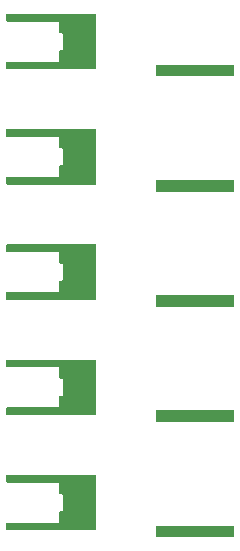
<source format=gbr>
G04 #@! TF.GenerationSoftware,KiCad,Pcbnew,(5.0.2)-1*
G04 #@! TF.CreationDate,2019-09-04T12:41:45-04:00*
G04 #@! TF.ProjectId,MMCX_2DD-100P_Odd,4d4d4358-5f32-4444-942d-313030505f4f,rev?*
G04 #@! TF.SameCoordinates,Original*
G04 #@! TF.FileFunction,Soldermask,Top*
G04 #@! TF.FilePolarity,Negative*
%FSLAX46Y46*%
G04 Gerber Fmt 4.6, Leading zero omitted, Abs format (unit mm)*
G04 Created by KiCad (PCBNEW (5.0.2)-1) date 9/4/2019 12:41:45 PM*
%MOMM*%
%LPD*%
G01*
G04 APERTURE LIST*
%ADD10C,0.100000*%
G04 APERTURE END LIST*
D10*
G36*
X159478635Y-66577658D02*
X152899635Y-66577658D01*
X152899635Y-65591738D01*
X159478635Y-65591738D01*
X159478635Y-66577658D01*
X159478635Y-66577658D01*
G37*
G36*
X147750984Y-61294802D02*
X147760596Y-61297718D01*
X147769454Y-61302453D01*
X147777222Y-61308828D01*
X147783597Y-61316596D01*
X147788332Y-61325454D01*
X147791248Y-61335066D01*
X147792837Y-61351205D01*
X147792837Y-62864225D01*
X147791248Y-62880364D01*
X147789332Y-62886679D01*
X147784551Y-62910713D01*
X147784551Y-62935217D01*
X147789331Y-62959250D01*
X147791985Y-62965657D01*
X147791985Y-64324206D01*
X147786351Y-64342779D01*
X147783949Y-64367165D01*
X147786351Y-64391551D01*
X147789332Y-64403451D01*
X147791248Y-64409766D01*
X147792837Y-64425905D01*
X147792837Y-65938925D01*
X147791248Y-65955064D01*
X147788332Y-65964676D01*
X147783597Y-65973534D01*
X147777222Y-65981302D01*
X147769454Y-65987677D01*
X147760596Y-65992412D01*
X147750984Y-65995328D01*
X147734845Y-65996917D01*
X140247125Y-65996917D01*
X140230986Y-65995328D01*
X140221374Y-65992412D01*
X140212516Y-65987677D01*
X140204748Y-65981302D01*
X140198373Y-65973534D01*
X140193638Y-65964676D01*
X140190722Y-65955064D01*
X140189133Y-65938925D01*
X140189133Y-65401205D01*
X140190722Y-65385066D01*
X140193638Y-65375454D01*
X140198373Y-65366596D01*
X140204748Y-65358828D01*
X140212516Y-65352453D01*
X140221374Y-65347718D01*
X140230986Y-65344802D01*
X140247125Y-65343213D01*
X144564133Y-65343213D01*
X144588519Y-65340811D01*
X144611968Y-65333698D01*
X144633579Y-65322147D01*
X144652521Y-65306601D01*
X144668067Y-65287659D01*
X144679618Y-65266048D01*
X144686731Y-65242599D01*
X144689133Y-65218213D01*
X144689133Y-64425905D01*
X144690722Y-64409766D01*
X144693638Y-64400154D01*
X144698373Y-64391296D01*
X144704748Y-64383528D01*
X144712516Y-64377153D01*
X144721374Y-64372418D01*
X144730986Y-64369502D01*
X144747125Y-64367913D01*
X144869785Y-64367913D01*
X144894171Y-64365511D01*
X144917620Y-64358398D01*
X144939231Y-64346847D01*
X144958173Y-64331301D01*
X144973719Y-64312359D01*
X144985270Y-64290748D01*
X144992383Y-64267299D01*
X144994785Y-64242913D01*
X144994785Y-63047217D01*
X144992383Y-63022831D01*
X144985270Y-62999382D01*
X144973719Y-62977771D01*
X144958173Y-62958829D01*
X144939231Y-62943283D01*
X144917620Y-62931732D01*
X144894171Y-62924619D01*
X144869785Y-62922217D01*
X144747125Y-62922217D01*
X144730986Y-62920628D01*
X144721374Y-62917712D01*
X144712516Y-62912977D01*
X144704748Y-62906602D01*
X144698373Y-62898834D01*
X144693638Y-62889976D01*
X144690722Y-62880364D01*
X144689133Y-62864225D01*
X144689133Y-62071917D01*
X144686731Y-62047531D01*
X144679618Y-62024082D01*
X144668067Y-62002471D01*
X144652521Y-61983529D01*
X144633579Y-61967983D01*
X144611968Y-61956432D01*
X144588519Y-61949319D01*
X144564133Y-61946917D01*
X140247125Y-61946917D01*
X140230986Y-61945328D01*
X140221374Y-61942412D01*
X140212516Y-61937677D01*
X140204748Y-61931302D01*
X140198373Y-61923534D01*
X140193638Y-61914676D01*
X140190722Y-61905064D01*
X140189133Y-61888925D01*
X140189133Y-61351205D01*
X140190722Y-61335066D01*
X140193638Y-61325454D01*
X140198373Y-61316596D01*
X140204748Y-61308828D01*
X140212516Y-61302453D01*
X140221374Y-61297718D01*
X140230986Y-61294802D01*
X140247125Y-61293213D01*
X147734845Y-61293213D01*
X147750984Y-61294802D01*
X147750984Y-61294802D01*
G37*
G36*
X159478635Y-56819132D02*
X152899635Y-56819132D01*
X152899635Y-55833212D01*
X159478635Y-55833212D01*
X159478635Y-56819132D01*
X159478635Y-56819132D01*
G37*
G36*
X147750984Y-51536282D02*
X147760596Y-51539198D01*
X147769454Y-51543933D01*
X147777222Y-51550308D01*
X147783597Y-51558076D01*
X147788332Y-51566934D01*
X147791248Y-51576546D01*
X147792837Y-51592685D01*
X147792837Y-53105705D01*
X147791248Y-53121844D01*
X147789332Y-53128159D01*
X147784551Y-53152193D01*
X147784551Y-53176697D01*
X147789331Y-53200730D01*
X147791985Y-53207137D01*
X147791985Y-54565686D01*
X147786351Y-54584259D01*
X147783949Y-54608645D01*
X147786351Y-54633031D01*
X147789332Y-54644931D01*
X147791248Y-54651246D01*
X147792837Y-54667385D01*
X147792837Y-56180405D01*
X147791248Y-56196544D01*
X147788332Y-56206156D01*
X147783597Y-56215014D01*
X147777222Y-56222782D01*
X147769454Y-56229157D01*
X147760596Y-56233892D01*
X147750984Y-56236808D01*
X147734845Y-56238397D01*
X140247125Y-56238397D01*
X140230986Y-56236808D01*
X140221374Y-56233892D01*
X140212516Y-56229157D01*
X140204748Y-56222782D01*
X140198373Y-56215014D01*
X140193638Y-56206156D01*
X140190722Y-56196544D01*
X140189133Y-56180405D01*
X140189133Y-55642685D01*
X140190722Y-55626546D01*
X140193638Y-55616934D01*
X140198373Y-55608076D01*
X140204748Y-55600308D01*
X140212516Y-55593933D01*
X140221374Y-55589198D01*
X140230986Y-55586282D01*
X140247125Y-55584693D01*
X144564133Y-55584693D01*
X144588519Y-55582291D01*
X144611968Y-55575178D01*
X144633579Y-55563627D01*
X144652521Y-55548081D01*
X144668067Y-55529139D01*
X144679618Y-55507528D01*
X144686731Y-55484079D01*
X144689133Y-55459693D01*
X144689133Y-54667385D01*
X144690722Y-54651246D01*
X144693638Y-54641634D01*
X144698373Y-54632776D01*
X144704748Y-54625008D01*
X144712516Y-54618633D01*
X144721374Y-54613898D01*
X144730986Y-54610982D01*
X144747125Y-54609393D01*
X144869785Y-54609393D01*
X144894171Y-54606991D01*
X144917620Y-54599878D01*
X144939231Y-54588327D01*
X144958173Y-54572781D01*
X144973719Y-54553839D01*
X144985270Y-54532228D01*
X144992383Y-54508779D01*
X144994785Y-54484393D01*
X144994785Y-53288697D01*
X144992383Y-53264311D01*
X144985270Y-53240862D01*
X144973719Y-53219251D01*
X144958173Y-53200309D01*
X144939231Y-53184763D01*
X144917620Y-53173212D01*
X144894171Y-53166099D01*
X144869785Y-53163697D01*
X144747125Y-53163697D01*
X144730986Y-53162108D01*
X144721374Y-53159192D01*
X144712516Y-53154457D01*
X144704748Y-53148082D01*
X144698373Y-53140314D01*
X144693638Y-53131456D01*
X144690722Y-53121844D01*
X144689133Y-53105705D01*
X144689133Y-52313397D01*
X144686731Y-52289011D01*
X144679618Y-52265562D01*
X144668067Y-52243951D01*
X144652521Y-52225009D01*
X144633579Y-52209463D01*
X144611968Y-52197912D01*
X144588519Y-52190799D01*
X144564133Y-52188397D01*
X140247125Y-52188397D01*
X140230986Y-52186808D01*
X140221374Y-52183892D01*
X140212516Y-52179157D01*
X140204748Y-52172782D01*
X140198373Y-52165014D01*
X140193638Y-52156156D01*
X140190722Y-52146544D01*
X140189133Y-52130405D01*
X140189133Y-51592685D01*
X140190722Y-51576546D01*
X140193638Y-51566934D01*
X140198373Y-51558076D01*
X140204748Y-51550308D01*
X140212516Y-51543933D01*
X140221374Y-51539198D01*
X140230986Y-51536282D01*
X140247125Y-51534693D01*
X147734845Y-51534693D01*
X147750984Y-51536282D01*
X147750984Y-51536282D01*
G37*
G36*
X159478635Y-47060612D02*
X152899635Y-47060612D01*
X152899635Y-46074692D01*
X159478635Y-46074692D01*
X159478635Y-47060612D01*
X159478635Y-47060612D01*
G37*
G36*
X147750984Y-41777762D02*
X147760596Y-41780678D01*
X147769454Y-41785413D01*
X147777222Y-41791788D01*
X147783597Y-41799556D01*
X147788332Y-41808414D01*
X147791248Y-41818026D01*
X147792837Y-41834165D01*
X147792837Y-43347185D01*
X147791248Y-43363324D01*
X147789332Y-43369639D01*
X147784551Y-43393673D01*
X147784551Y-43418177D01*
X147789331Y-43442210D01*
X147791985Y-43448617D01*
X147791985Y-44807166D01*
X147786351Y-44825739D01*
X147783949Y-44850125D01*
X147786351Y-44874511D01*
X147789332Y-44886411D01*
X147791248Y-44892726D01*
X147792837Y-44908865D01*
X147792837Y-46421885D01*
X147791248Y-46438024D01*
X147788332Y-46447636D01*
X147783597Y-46456494D01*
X147777222Y-46464262D01*
X147769454Y-46470637D01*
X147760596Y-46475372D01*
X147750984Y-46478288D01*
X147734845Y-46479877D01*
X140247125Y-46479877D01*
X140230986Y-46478288D01*
X140221374Y-46475372D01*
X140212516Y-46470637D01*
X140204748Y-46464262D01*
X140198373Y-46456494D01*
X140193638Y-46447636D01*
X140190722Y-46438024D01*
X140189133Y-46421885D01*
X140189133Y-45884165D01*
X140190722Y-45868026D01*
X140193638Y-45858414D01*
X140198373Y-45849556D01*
X140204748Y-45841788D01*
X140212516Y-45835413D01*
X140221374Y-45830678D01*
X140230986Y-45827762D01*
X140247125Y-45826173D01*
X144564133Y-45826173D01*
X144588519Y-45823771D01*
X144611968Y-45816658D01*
X144633579Y-45805107D01*
X144652521Y-45789561D01*
X144668067Y-45770619D01*
X144679618Y-45749008D01*
X144686731Y-45725559D01*
X144689133Y-45701173D01*
X144689133Y-44908865D01*
X144690722Y-44892726D01*
X144693638Y-44883114D01*
X144698373Y-44874256D01*
X144704748Y-44866488D01*
X144712516Y-44860113D01*
X144721374Y-44855378D01*
X144730986Y-44852462D01*
X144747125Y-44850873D01*
X144869785Y-44850873D01*
X144894171Y-44848471D01*
X144917620Y-44841358D01*
X144939231Y-44829807D01*
X144958173Y-44814261D01*
X144973719Y-44795319D01*
X144985270Y-44773708D01*
X144992383Y-44750259D01*
X144994785Y-44725873D01*
X144994785Y-43530177D01*
X144992383Y-43505791D01*
X144985270Y-43482342D01*
X144973719Y-43460731D01*
X144958173Y-43441789D01*
X144939231Y-43426243D01*
X144917620Y-43414692D01*
X144894171Y-43407579D01*
X144869785Y-43405177D01*
X144747125Y-43405177D01*
X144730986Y-43403588D01*
X144721374Y-43400672D01*
X144712516Y-43395937D01*
X144704748Y-43389562D01*
X144698373Y-43381794D01*
X144693638Y-43372936D01*
X144690722Y-43363324D01*
X144689133Y-43347185D01*
X144689133Y-42554877D01*
X144686731Y-42530491D01*
X144679618Y-42507042D01*
X144668067Y-42485431D01*
X144652521Y-42466489D01*
X144633579Y-42450943D01*
X144611968Y-42439392D01*
X144588519Y-42432279D01*
X144564133Y-42429877D01*
X140247125Y-42429877D01*
X140230986Y-42428288D01*
X140221374Y-42425372D01*
X140212516Y-42420637D01*
X140204748Y-42414262D01*
X140198373Y-42406494D01*
X140193638Y-42397636D01*
X140190722Y-42388024D01*
X140189133Y-42371885D01*
X140189133Y-41834165D01*
X140190722Y-41818026D01*
X140193638Y-41808414D01*
X140198373Y-41799556D01*
X140204748Y-41791788D01*
X140212516Y-41785413D01*
X140221374Y-41780678D01*
X140230986Y-41777762D01*
X140247125Y-41776173D01*
X147734845Y-41776173D01*
X147750984Y-41777762D01*
X147750984Y-41777762D01*
G37*
G36*
X159478635Y-37302095D02*
X152899635Y-37302095D01*
X152899635Y-36316175D01*
X159478635Y-36316175D01*
X159478635Y-37302095D01*
X159478635Y-37302095D01*
G37*
G36*
X147750984Y-32019242D02*
X147760596Y-32022158D01*
X147769454Y-32026893D01*
X147777222Y-32033268D01*
X147783597Y-32041036D01*
X147788332Y-32049894D01*
X147791248Y-32059506D01*
X147792837Y-32075645D01*
X147792837Y-33588665D01*
X147791248Y-33604804D01*
X147789332Y-33611119D01*
X147784551Y-33635153D01*
X147784551Y-33659657D01*
X147789331Y-33683690D01*
X147791985Y-33690097D01*
X147791985Y-35048646D01*
X147786351Y-35067219D01*
X147783949Y-35091605D01*
X147786351Y-35115991D01*
X147789332Y-35127891D01*
X147791248Y-35134206D01*
X147792837Y-35150345D01*
X147792837Y-36663365D01*
X147791248Y-36679504D01*
X147788332Y-36689116D01*
X147783597Y-36697974D01*
X147777222Y-36705742D01*
X147769454Y-36712117D01*
X147760596Y-36716852D01*
X147750984Y-36719768D01*
X147734845Y-36721357D01*
X140247125Y-36721357D01*
X140230986Y-36719768D01*
X140221374Y-36716852D01*
X140212516Y-36712117D01*
X140204748Y-36705742D01*
X140198373Y-36697974D01*
X140193638Y-36689116D01*
X140190722Y-36679504D01*
X140189133Y-36663365D01*
X140189133Y-36125645D01*
X140190722Y-36109506D01*
X140193638Y-36099894D01*
X140198373Y-36091036D01*
X140204748Y-36083268D01*
X140212516Y-36076893D01*
X140221374Y-36072158D01*
X140230986Y-36069242D01*
X140247125Y-36067653D01*
X144564133Y-36067653D01*
X144588519Y-36065251D01*
X144611968Y-36058138D01*
X144633579Y-36046587D01*
X144652521Y-36031041D01*
X144668067Y-36012099D01*
X144679618Y-35990488D01*
X144686731Y-35967039D01*
X144689133Y-35942653D01*
X144689133Y-35150345D01*
X144690722Y-35134206D01*
X144693638Y-35124594D01*
X144698373Y-35115736D01*
X144704748Y-35107968D01*
X144712516Y-35101593D01*
X144721374Y-35096858D01*
X144730986Y-35093942D01*
X144747125Y-35092353D01*
X144869785Y-35092353D01*
X144894171Y-35089951D01*
X144917620Y-35082838D01*
X144939231Y-35071287D01*
X144958173Y-35055741D01*
X144973719Y-35036799D01*
X144985270Y-35015188D01*
X144992383Y-34991739D01*
X144994785Y-34967353D01*
X144994785Y-33771657D01*
X144992383Y-33747271D01*
X144985270Y-33723822D01*
X144973719Y-33702211D01*
X144958173Y-33683269D01*
X144939231Y-33667723D01*
X144917620Y-33656172D01*
X144894171Y-33649059D01*
X144869785Y-33646657D01*
X144747125Y-33646657D01*
X144730986Y-33645068D01*
X144721374Y-33642152D01*
X144712516Y-33637417D01*
X144704748Y-33631042D01*
X144698373Y-33623274D01*
X144693638Y-33614416D01*
X144690722Y-33604804D01*
X144689133Y-33588665D01*
X144689133Y-32796357D01*
X144686731Y-32771971D01*
X144679618Y-32748522D01*
X144668067Y-32726911D01*
X144652521Y-32707969D01*
X144633579Y-32692423D01*
X144611968Y-32680872D01*
X144588519Y-32673759D01*
X144564133Y-32671357D01*
X140247125Y-32671357D01*
X140230986Y-32669768D01*
X140221374Y-32666852D01*
X140212516Y-32662117D01*
X140204748Y-32655742D01*
X140198373Y-32647974D01*
X140193638Y-32639116D01*
X140190722Y-32629504D01*
X140189133Y-32613365D01*
X140189133Y-32075645D01*
X140190722Y-32059506D01*
X140193638Y-32049894D01*
X140198373Y-32041036D01*
X140204748Y-32033268D01*
X140212516Y-32026893D01*
X140221374Y-32022158D01*
X140230986Y-32019242D01*
X140247125Y-32017653D01*
X147734845Y-32017653D01*
X147750984Y-32019242D01*
X147750984Y-32019242D01*
G37*
G36*
X159478635Y-27543575D02*
X152899635Y-27543575D01*
X152899635Y-26557655D01*
X159478635Y-26557655D01*
X159478635Y-27543575D01*
X159478635Y-27543575D01*
G37*
G36*
X147750984Y-22260722D02*
X147760596Y-22263638D01*
X147769454Y-22268373D01*
X147777222Y-22274748D01*
X147783597Y-22282516D01*
X147788332Y-22291374D01*
X147791248Y-22300986D01*
X147792837Y-22317125D01*
X147792837Y-23830145D01*
X147791248Y-23846284D01*
X147789332Y-23852599D01*
X147784551Y-23876633D01*
X147784551Y-23901137D01*
X147789331Y-23925170D01*
X147791985Y-23931577D01*
X147791985Y-25290126D01*
X147786351Y-25308699D01*
X147783949Y-25333085D01*
X147786351Y-25357471D01*
X147789332Y-25369371D01*
X147791248Y-25375686D01*
X147792837Y-25391825D01*
X147792837Y-26904845D01*
X147791248Y-26920984D01*
X147788332Y-26930596D01*
X147783597Y-26939454D01*
X147777222Y-26947222D01*
X147769454Y-26953597D01*
X147760596Y-26958332D01*
X147750984Y-26961248D01*
X147734845Y-26962837D01*
X140247125Y-26962837D01*
X140230986Y-26961248D01*
X140221374Y-26958332D01*
X140212516Y-26953597D01*
X140204748Y-26947222D01*
X140198373Y-26939454D01*
X140193638Y-26930596D01*
X140190722Y-26920984D01*
X140189133Y-26904845D01*
X140189133Y-26367125D01*
X140190722Y-26350986D01*
X140193638Y-26341374D01*
X140198373Y-26332516D01*
X140204748Y-26324748D01*
X140212516Y-26318373D01*
X140221374Y-26313638D01*
X140230986Y-26310722D01*
X140247125Y-26309133D01*
X144564133Y-26309133D01*
X144588519Y-26306731D01*
X144611968Y-26299618D01*
X144633579Y-26288067D01*
X144652521Y-26272521D01*
X144668067Y-26253579D01*
X144679618Y-26231968D01*
X144686731Y-26208519D01*
X144689133Y-26184133D01*
X144689133Y-25391825D01*
X144690722Y-25375686D01*
X144693638Y-25366074D01*
X144698373Y-25357216D01*
X144704748Y-25349448D01*
X144712516Y-25343073D01*
X144721374Y-25338338D01*
X144730986Y-25335422D01*
X144747125Y-25333833D01*
X144869785Y-25333833D01*
X144894171Y-25331431D01*
X144917620Y-25324318D01*
X144939231Y-25312767D01*
X144958173Y-25297221D01*
X144973719Y-25278279D01*
X144985270Y-25256668D01*
X144992383Y-25233219D01*
X144994785Y-25208833D01*
X144994785Y-24013137D01*
X144992383Y-23988751D01*
X144985270Y-23965302D01*
X144973719Y-23943691D01*
X144958173Y-23924749D01*
X144939231Y-23909203D01*
X144917620Y-23897652D01*
X144894171Y-23890539D01*
X144869785Y-23888137D01*
X144747125Y-23888137D01*
X144730986Y-23886548D01*
X144721374Y-23883632D01*
X144712516Y-23878897D01*
X144704748Y-23872522D01*
X144698373Y-23864754D01*
X144693638Y-23855896D01*
X144690722Y-23846284D01*
X144689133Y-23830145D01*
X144689133Y-23037837D01*
X144686731Y-23013451D01*
X144679618Y-22990002D01*
X144668067Y-22968391D01*
X144652521Y-22949449D01*
X144633579Y-22933903D01*
X144611968Y-22922352D01*
X144588519Y-22915239D01*
X144564133Y-22912837D01*
X140247125Y-22912837D01*
X140230986Y-22911248D01*
X140221374Y-22908332D01*
X140212516Y-22903597D01*
X140204748Y-22897222D01*
X140198373Y-22889454D01*
X140193638Y-22880596D01*
X140190722Y-22870984D01*
X140189133Y-22854845D01*
X140189133Y-22317125D01*
X140190722Y-22300986D01*
X140193638Y-22291374D01*
X140198373Y-22282516D01*
X140204748Y-22274748D01*
X140212516Y-22268373D01*
X140221374Y-22263638D01*
X140230986Y-22260722D01*
X140247125Y-22259133D01*
X147734845Y-22259133D01*
X147750984Y-22260722D01*
X147750984Y-22260722D01*
G37*
M02*

</source>
